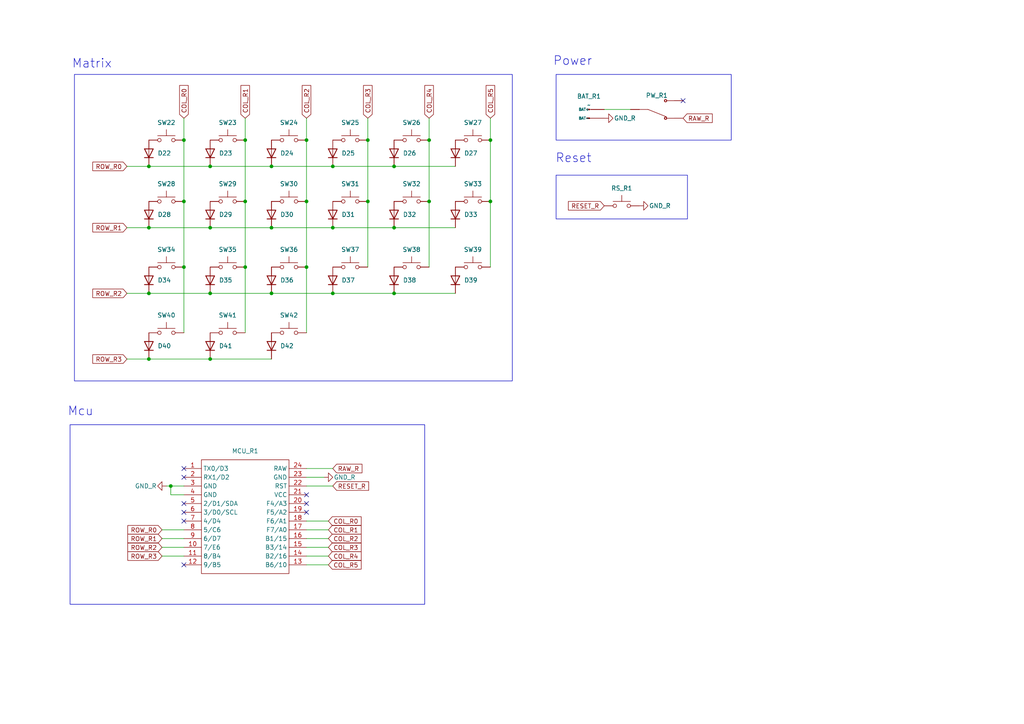
<source format=kicad_sch>
(kicad_sch (version 20250114) (generator "eeschema") (generator_version "9.0")
  (paper "A4")
  (lib_symbols
    (symbol "Keyswitch_1" (pin_numbers (hide yes)) (pin_names (hide yes))
      (property "Reference" "SW" (at 0 4.572 0))
      (symbol "Keyswitch_1_0_1"
        (circle (center -2.032 0) (radius 0.508))
        (polyline (pts (xy 0 1.27) (xy 0 3.048)))
        (circle (center 2.032 0) (radius 0.508))
        (polyline (pts (xy 2.54 1.27) (xy -2.54 1.27)))
        (pin passive line (at -5.08 0 0) (length 2.54) (name "1") (number "1"))
        (pin passive line (at 5.08 0 180) (length 2.54) (name "2") (number "2"))
      )
    )
    (symbol "Keyswitch_10" (pin_numbers (hide yes)) (pin_names (hide yes))
      (property "Reference" "SW" (at 0 4.572 0))
      (symbol "Keyswitch_10_0_1"
        (circle (center -2.032 0) (radius 0.508))
        (polyline (pts (xy 0 1.27) (xy 0 3.048)))
        (circle (center 2.032 0) (radius 0.508))
        (polyline (pts (xy 2.54 1.27) (xy -2.54 1.27)))
        (pin passive line (at -5.08 0 0) (length 2.54) (name "1") (number "1"))
        (pin passive line (at 5.08 0 180) (length 2.54) (name "2") (number "2"))
      )
    )
    (symbol "Keyswitch_11" (pin_numbers (hide yes)) (pin_names (hide yes))
      (property "Reference" "SW" (at 0 4.572 0))
      (symbol "Keyswitch_11_0_1"
        (circle (center -2.032 0) (radius 0.508))
        (polyline (pts (xy 0 1.27) (xy 0 3.048)))
        (circle (center 2.032 0) (radius 0.508))
        (polyline (pts (xy 2.54 1.27) (xy -2.54 1.27)))
        (pin passive line (at -5.08 0 0) (length 2.54) (name "1") (number "1"))
        (pin passive line (at 5.08 0 180) (length 2.54) (name "2") (number "2"))
      )
    )
    (symbol "Keyswitch_12" (pin_numbers (hide yes)) (pin_names (hide yes))
      (property "Reference" "SW" (at 0 4.572 0))
      (symbol "Keyswitch_12_0_1"
        (circle (center -2.032 0) (radius 0.508))
        (polyline (pts (xy 0 1.27) (xy 0 3.048)))
        (circle (center 2.032 0) (radius 0.508))
        (polyline (pts (xy 2.54 1.27) (xy -2.54 1.27)))
        (pin passive line (at -5.08 0 0) (length 2.54) (name "1") (number "1"))
        (pin passive line (at 5.08 0 180) (length 2.54) (name "2") (number "2"))
      )
    )
    (symbol "Keyswitch_13" (pin_numbers (hide yes)) (pin_names (hide yes))
      (property "Reference" "SW" (at 0 4.572 0))
      (symbol "Keyswitch_13_0_1"
        (circle (center -2.032 0) (radius 0.508))
        (polyline (pts (xy 0 1.27) (xy 0 3.048)))
        (circle (center 2.032 0) (radius 0.508))
        (polyline (pts (xy 2.54 1.27) (xy -2.54 1.27)))
        (pin passive line (at -5.08 0 0) (length 2.54) (name "1") (number "1"))
        (pin passive line (at 5.08 0 180) (length 2.54) (name "2") (number "2"))
      )
    )
    (symbol "Keyswitch_14" (pin_numbers (hide yes)) (pin_names (hide yes))
      (property "Reference" "SW" (at 0 4.572 0))
      (symbol "Keyswitch_14_0_1"
        (circle (center -2.032 0) (radius 0.508))
        (polyline (pts (xy 0 1.27) (xy 0 3.048)))
        (circle (center 2.032 0) (radius 0.508))
        (polyline (pts (xy 2.54 1.27) (xy -2.54 1.27)))
        (pin passive line (at -5.08 0 0) (length 2.54) (name "1") (number "1"))
        (pin passive line (at 5.08 0 180) (length 2.54) (name "2") (number "2"))
      )
    )
    (symbol "Keyswitch_15" (pin_numbers (hide yes)) (pin_names (hide yes))
      (property "Reference" "SW" (at 0 4.572 0))
      (symbol "Keyswitch_15_0_1"
        (circle (center -2.032 0) (radius 0.508))
        (polyline (pts (xy 0 1.27) (xy 0 3.048)))
        (circle (center 2.032 0) (radius 0.508))
        (polyline (pts (xy 2.54 1.27) (xy -2.54 1.27)))
        (pin passive line (at -5.08 0 0) (length 2.54) (name "1") (number "1"))
        (pin passive line (at 5.08 0 180) (length 2.54) (name "2") (number "2"))
      )
    )
    (symbol "Keyswitch_16" (pin_numbers (hide yes)) (pin_names (hide yes))
      (property "Reference" "SW" (at 0 4.572 0))
      (symbol "Keyswitch_16_0_1"
        (circle (center -2.032 0) (radius 0.508))
        (polyline (pts (xy 0 1.27) (xy 0 3.048)))
        (circle (center 2.032 0) (radius 0.508))
        (polyline (pts (xy 2.54 1.27) (xy -2.54 1.27)))
        (pin passive line (at -5.08 0 0) (length 2.54) (name "1") (number "1"))
        (pin passive line (at 5.08 0 180) (length 2.54) (name "2") (number "2"))
      )
    )
    (symbol "Keyswitch_17" (pin_numbers (hide yes)) (pin_names (hide yes))
      (property "Reference" "SW" (at 0 4.572 0))
      (symbol "Keyswitch_17_0_1"
        (circle (center -2.032 0) (radius 0.508))
        (polyline (pts (xy 0 1.27) (xy 0 3.048)))
        (circle (center 2.032 0) (radius 0.508))
        (polyline (pts (xy 2.54 1.27) (xy -2.54 1.27)))
        (pin passive line (at -5.08 0 0) (length 2.54) (name "1") (number "1"))
        (pin passive line (at 5.08 0 180) (length 2.54) (name "2") (number "2"))
      )
    )
    (symbol "Keyswitch_18" (pin_numbers (hide yes)) (pin_names (hide yes))
      (property "Reference" "SW" (at 0 4.572 0))
      (symbol "Keyswitch_18_0_1"
        (circle (center -2.032 0) (radius 0.508))
        (polyline (pts (xy 0 1.27) (xy 0 3.048)))
        (circle (center 2.032 0) (radius 0.508))
        (polyline (pts (xy 2.54 1.27) (xy -2.54 1.27)))
        (pin passive line (at -5.08 0 0) (length 2.54) (name "1") (number "1"))
        (pin passive line (at 5.08 0 180) (length 2.54) (name "2") (number "2"))
      )
    )
    (symbol "Keyswitch_19" (pin_numbers (hide yes)) (pin_names (hide yes))
      (property "Reference" "SW" (at 0 4.572 0))
      (symbol "Keyswitch_19_0_1"
        (circle (center -2.032 0) (radius 0.508))
        (polyline (pts (xy 0 1.27) (xy 0 3.048)))
        (circle (center 2.032 0) (radius 0.508))
        (polyline (pts (xy 2.54 1.27) (xy -2.54 1.27)))
        (pin passive line (at -5.08 0 0) (length 2.54) (name "1") (number "1"))
        (pin passive line (at 5.08 0 180) (length 2.54) (name "2") (number "2"))
      )
    )
    (symbol "Keyswitch_2" (pin_numbers (hide yes)) (pin_names (hide yes))
      (property "Reference" "SW" (at 0 4.572 0))
      (symbol "Keyswitch_2_0_1"
        (circle (center -2.032 0) (radius 0.508))
        (polyline (pts (xy 0 1.27) (xy 0 3.048)))
        (circle (center 2.032 0) (radius 0.508))
        (polyline (pts (xy 2.54 1.27) (xy -2.54 1.27)))
        (pin passive line (at -5.08 0 0) (length 2.54) (name "1") (number "1"))
        (pin passive line (at 5.08 0 180) (length 2.54) (name "2") (number "2"))
      )
    )
    (symbol "Keyswitch_20" (pin_numbers (hide yes)) (pin_names (hide yes))
      (property "Reference" "SW" (at 0 4.572 0))
      (symbol "Keyswitch_20_0_1"
        (circle (center -2.032 0) (radius 0.508))
        (polyline (pts (xy 0 1.27) (xy 0 3.048)))
        (circle (center 2.032 0) (radius 0.508))
        (polyline (pts (xy 2.54 1.27) (xy -2.54 1.27)))
        (pin passive line (at -5.08 0 0) (length 2.54) (name "1") (number "1"))
        (pin passive line (at 5.08 0 180) (length 2.54) (name "2") (number "2"))
      )
    )
    (symbol "Keyswitch_21" (pin_numbers (hide yes)) (pin_names (hide yes))
      (property "Reference" "SW" (at 0 4.572 0))
      (symbol "Keyswitch_21_0_1"
        (circle (center -2.032 0) (radius 0.508))
        (polyline (pts (xy 0 1.27) (xy 0 3.048)))
        (circle (center 2.032 0) (radius 0.508))
        (polyline (pts (xy 2.54 1.27) (xy -2.54 1.27)))
        (pin passive line (at -5.08 0 0) (length 2.54) (name "1") (number "1"))
        (pin passive line (at 5.08 0 180) (length 2.54) (name "2") (number "2"))
      )
    )
    (symbol "Keyswitch_3" (pin_numbers (hide yes)) (pin_names (hide yes))
      (property "Reference" "SW" (at 0 4.572 0))
      (symbol "Keyswitch_3_0_1"
        (circle (center -2.032 0) (radius 0.508))
        (polyline (pts (xy 0 1.27) (xy 0 3.048)))
        (circle (center 2.032 0) (radius 0.508))
        (polyline (pts (xy 2.54 1.27) (xy -2.54 1.27)))
        (pin passive line (at -5.08 0 0) (length 2.54) (name "1") (number "1"))
        (pin passive line (at 5.08 0 180) (length 2.54) (name "2") (number "2"))
      )
    )
    (symbol "Keyswitch_4" (pin_numbers (hide yes)) (pin_names (hide yes))
      (property "Reference" "SW" (at 0 4.572 0))
      (symbol "Keyswitch_4_0_1"
        (circle (center -2.032 0) (radius 0.508))
        (polyline (pts (xy 0 1.27) (xy 0 3.048)))
        (circle (center 2.032 0) (radius 0.508))
        (polyline (pts (xy 2.54 1.27) (xy -2.54 1.27)))
        (pin passive line (at -5.08 0 0) (length 2.54) (name "1") (number "1"))
        (pin passive line (at 5.08 0 180) (length 2.54) (name "2") (number "2"))
      )
    )
    (symbol "Keyswitch_5" (pin_numbers (hide yes)) (pin_names (hide yes))
      (property "Reference" "SW" (at 0 4.572 0))
      (symbol "Keyswitch_5_0_1"
        (circle (center -2.032 0) (radius 0.508))
        (polyline (pts (xy 0 1.27) (xy 0 3.048)))
        (circle (center 2.032 0) (radius 0.508))
        (polyline (pts (xy 2.54 1.27) (xy -2.54 1.27)))
        (pin passive line (at -5.08 0 0) (length 2.54) (name "1") (number "1"))
        (pin passive line (at 5.08 0 180) (length 2.54) (name "2") (number "2"))
      )
    )
    (symbol "Keyswitch_6" (pin_numbers (hide yes)) (pin_names (hide yes))
      (property "Reference" "SW" (at 0 4.572 0))
      (symbol "Keyswitch_6_0_1"
        (circle (center -2.032 0) (radius 0.508))
        (polyline (pts (xy 0 1.27) (xy 0 3.048)))
        (circle (center 2.032 0) (radius 0.508))
        (polyline (pts (xy 2.54 1.27) (xy -2.54 1.27)))
        (pin passive line (at -5.08 0 0) (length 2.54) (name "1") (number "1"))
        (pin passive line (at 5.08 0 180) (length 2.54) (name "2") (number "2"))
      )
    )
    (symbol "Keyswitch_7" (pin_numbers (hide yes)) (pin_names (hide yes))
      (property "Reference" "SW" (at 0 4.572 0))
      (symbol "Keyswitch_7_0_1"
        (circle (center -2.032 0) (radius 0.508))
        (polyline (pts (xy 0 1.27) (xy 0 3.048)))
        (circle (center 2.032 0) (radius 0.508))
        (polyline (pts (xy 2.54 1.27) (xy -2.54 1.27)))
        (pin passive line (at -5.08 0 0) (length 2.54) (name "1") (number "1"))
        (pin passive line (at 5.08 0 180) (length 2.54) (name "2") (number "2"))
      )
    )
    (symbol "Keyswitch_8" (pin_numbers (hide yes)) (pin_names (hide yes))
      (property "Reference" "SW" (at 0 4.572 0))
      (symbol "Keyswitch_8_0_1"
        (circle (center -2.032 0) (radius 0.508))
        (polyline (pts (xy 0 1.27) (xy 0 3.048)))
        (circle (center 2.032 0) (radius 0.508))
        (polyline (pts (xy 2.54 1.27) (xy -2.54 1.27)))
        (pin passive line (at -5.08 0 0) (length 2.54) (name "1") (number "1"))
        (pin passive line (at 5.08 0 180) (length 2.54) (name "2") (number "2"))
      )
    )
    (symbol "Keyswitch_9" (pin_numbers (hide yes)) (pin_names (hide yes))
      (property "Reference" "SW" (at 0 4.572 0))
      (symbol "Keyswitch_9_0_1"
        (circle (center -2.032 0) (radius 0.508))
        (polyline (pts (xy 0 1.27) (xy 0 3.048)))
        (circle (center 2.032 0) (radius 0.508))
        (polyline (pts (xy 2.54 1.27) (xy -2.54 1.27)))
        (pin passive line (at -5.08 0 0) (length 2.54) (name "1") (number "1"))
        (pin passive line (at 5.08 0 180) (length 2.54) (name "2") (number "2"))
      )
    )
    (symbol "meffite:Battery" (pin_numbers (hide yes))
      (property "Reference" "BAT" (at 0 4.826 0))
      (symbol "Battery_1_1"
        (rectangle (start -1.6764 1.397) (end -2.54 1.143) (stroke (width 0.1524)) (fill (type outline)))
        (rectangle (start -1.6764 -1.143) (end -2.54 -1.397) (stroke (width 0.1524)) (fill (type outline)))
        (polyline (pts (xy -1.27 1.27) (xy -1.6764 1.27)) (stroke (width 0.1524)))
        (polyline (pts (xy -1.27 -1.27) (xy -1.6764 -1.27)) (stroke (width 0.1524)))
        (pin passive line (at 2.54 1.27 180) (length 3.81) (name "BAT+") (number "1"))
        (pin passive line (at 2.54 -1.27 180) (length 3.81) (name "BAT-") (number "2"))
      )
    )
    (symbol "meffite:Diode" (pin_numbers (hide yes)) (pin_names (hide yes))
      (property "Reference" "D" (at -2.032 2.54 0))
      (symbol "Diode_0_1"
        (polyline (pts (xy -1.27 1.27) (xy -1.27 -1.27)) (stroke (width 0.254)))
        (polyline (pts (xy 1.27 1.27) (xy 1.27 -1.27) (xy -1.27 0) (xy 1.27 1.27)) (stroke (width 0.254)))
        (polyline (pts (xy 1.27 0) (xy -1.27 0)))
      )
      (symbol "Diode_1_1"
        (pin passive line (at -3.81 0 0) (length 2.54) (name "K") (number "1"))
        (pin passive line (at 3.81 0 180) (length 2.54) (name "A") (number "2"))
      )
    )
    (symbol "meffite:GND" (power) (pin_numbers (hide yes)) (pin_names (hide yes)) (exclude_from_sim yes) (in_bom no) (on_board no)
      (property "Value" "GND" (at 0 -2.54 0))
      (symbol "GND_0_1"
        (polyline (pts (xy 0 1.27) (xy 0 0) (xy 1.27 0) (xy 0 -1.27) (xy -1.27 0) (xy 0 0)))
      )
      (symbol "GND_1_1"
        (pin power_in line (at 0 1.27 270) (length 0) (hide yes) (name "GND") (number "1"))
      )
    )
    (symbol "meffite:Keyswitch" (pin_numbers (hide yes)) (pin_names (hide yes))
      (property "Reference" "SW" (at 0 4.572 0))
      (symbol "Keyswitch_0_1"
        (circle (center -2.032 0) (radius 0.508))
        (polyline (pts (xy 0 1.27) (xy 0 3.048)))
        (circle (center 2.032 0) (radius 0.508))
        (polyline (pts (xy 2.54 1.27) (xy -2.54 1.27)))
        (pin passive line (at -5.08 0 0) (length 2.54) (name "1") (number "1"))
        (pin passive line (at 5.08 0 180) (length 2.54) (name "2") (number "2"))
      )
    )
    (symbol "meffite:MCU"
      (property "Reference" "MCU" (at 0 17.272 0))
      (symbol "MCU_0_1"
        (rectangle (start -12.7 15.24) (end 12.7 -17.78))
      )
      (symbol "MCU_1_1"
        (pin bidirectional line (at -17.78 12.7 0) (length 5.08) (name "TX0/D3") (number "1"))
        (pin bidirectional line (at -17.78 10.16 0) (length 5.08) (name "RX1/D2") (number "2"))
        (pin power_in line (at -17.78 7.62 0) (length 5.08) (name "GND") (number "3"))
        (pin power_in line (at -17.78 5.08 0) (length 5.08) (name "GND") (number "4"))
        (pin bidirectional line (at -17.78 2.54 0) (length 5.08) (name "2/D1/SDA") (number "5"))
        (pin bidirectional line (at -17.78 0 0) (length 5.08) (name "3/D0/SCL") (number "6"))
        (pin bidirectional line (at -17.78 -2.54 0) (length 5.08) (name "4/D4") (number "7"))
        (pin bidirectional line (at -17.78 -5.08 0) (length 5.08) (name "5/C6") (number "8"))
        (pin bidirectional line (at -17.78 -7.62 0) (length 5.08) (name "6/D7") (number "9"))
        (pin bidirectional line (at -17.78 -10.16 0) (length 5.08) (name "7/E6") (number "10"))
        (pin bidirectional line (at -17.78 -12.7 0) (length 5.08) (name "8/B4") (number "11"))
        (pin bidirectional line (at -17.78 -15.24 0) (length 5.08) (name "9/B5") (number "12"))
        (pin power_out line (at 17.78 12.7 180) (length 5.08) (name "RAW") (number "24"))
        (pin power_in line (at 17.78 10.16 180) (length 5.08) (name "GND") (number "23"))
        (pin input line (at 17.78 7.62 180) (length 5.08) (name "RST") (number "22"))
        (pin power_in line (at 17.78 5.08 180) (length 5.08) (name "VCC") (number "21"))
        (pin bidirectional line (at 17.78 2.54 180) (length 5.08) (name "F4/A3") (number "20"))
        (pin bidirectional line (at 17.78 0 180) (length 5.08) (name "F5/A2") (number "19"))
        (pin bidirectional line (at 17.78 -2.54 180) (length 5.08) (name "F6/A1") (number "18"))
        (pin bidirectional line (at 17.78 -5.08 180) (length 5.08) (name "F7/A0") (number "17"))
        (pin bidirectional line (at 17.78 -7.62 180) (length 5.08) (name "B1/15") (number "16"))
        (pin bidirectional line (at 17.78 -10.16 180) (length 5.08) (name "B3/14") (number "15"))
        (pin bidirectional line (at 17.78 -12.7 180) (length 5.08) (name "B2/16") (number "14"))
        (pin bidirectional line (at 17.78 -15.24 180) (length 5.08) (name "B6/10") (number "13"))
      )
    )
    (symbol "meffite:Power_Slide" (pin_numbers (hide yes)) (pin_names (hide yes))
      (property "Reference" "PW" (at 0 7.874 0))
      (property "Value" "NSI-10HS" (at 0.254 5.588 0))
      (symbol "Power_Slide_0_0"
        (circle (center 2.54 2.54) (radius 0.3302) (stroke (width 0.254)))
        (circle (center 2.54 -2.54) (radius 0.3302) (stroke (width 0.254)))
        (pin passive line (at -7.62 0 0) (length 2.54) (name "~") (number "1"))
        (pin passive line (at 7.62 2.54 180) (length 2.54) (name "~") (number "2"))
        (pin passive line (at 7.62 -2.54 180) (length 2.54) (name "~") (number "3"))
      )
      (symbol "Power_Slide_1_0"
        (polyline (pts (xy -2.54 0) (xy -5.08 0)) (stroke (width 0.1524)))
        (polyline (pts (xy -2.54 0) (xy 2.794 -2.1336)) (stroke (width 0.1524)))
        (polyline (pts (xy 5.08 2.54) (xy 2.921 2.54)) (stroke (width 0.1524)))
        (polyline (pts (xy 5.08 -2.54) (xy 2.921 -2.54)) (stroke (width 0.1524)))
      )
    )
  )
  (rectangle (start 161.29 50.8) (end 199.39 63.5))
  (rectangle (start 21.59 21.59) (end 148.59 110.49))
  (rectangle (start 161.29 21.59) (end 212.09 40.64))
  (rectangle (start 20.32 123.19) (end 123.19 175.26))
  (text "Mcu\n" (at 23.368 119.38 0) (effects (font (size 2.54 2.54))))
  (text "Power" (at 166.116 17.78 0) (effects (font (size 2.54 2.54))))
  (text "Reset\n" (at 166.37 45.974 0) (effects (font (size 2.54 2.54))))
  (text "Matrix" (at 26.67 18.542 0) (effects (font (size 2.54 2.54))))
  (junction (at 53.34 58.42))
  (junction (at 60.96 48.26))
  (junction (at 43.18 85.09))
  (junction (at 43.18 66.04))
  (junction (at 78.74 66.04))
  (junction (at 114.3 48.26))
  (junction (at 71.12 58.42))
  (junction (at 114.3 66.04))
  (junction (at 88.9 40.64))
  (junction (at 96.52 85.09))
  (junction (at 60.96 85.09))
  (junction (at 71.12 40.64))
  (junction (at 124.46 58.42))
  (junction (at 53.34 40.64))
  (junction (at 78.74 48.26))
  (junction (at 96.52 48.26))
  (junction (at 43.18 48.26))
  (junction (at 124.46 40.64))
  (junction (at 88.9 77.47))
  (junction (at 96.52 66.04))
  (junction (at 49.53 140.97))
  (junction (at 114.3 85.09))
  (junction (at 60.96 66.04))
  (junction (at 106.68 58.42))
  (junction (at 43.18 104.14))
  (junction (at 106.68 40.64))
  (junction (at 142.24 40.64))
  (junction (at 53.34 77.47))
  (junction (at 142.24 58.42))
  (junction (at 60.96 104.14))
  (junction (at 88.9 58.42))
  (junction (at 78.74 85.09))
  (junction (at 71.12 77.47))
  (no_connect (at 53.34 163.83))
  (no_connect (at 88.9 148.59))
  (no_connect (at 53.34 138.43))
  (no_connect (at 53.34 135.89))
  (no_connect (at 198.12 29.21))
  (no_connect (at 53.34 148.59))
  (no_connect (at 53.34 151.13))
  (no_connect (at 88.9 146.05))
  (no_connect (at 53.34 146.05))
  (no_connect (at 88.9 143.51))
  (wire (pts (xy 96.52 66.04) (xy 114.3 66.04)))
  (wire (pts (xy 96.52 85.09) (xy 114.3 85.09)))
  (wire (pts (xy 60.96 85.09) (xy 78.74 85.09)))
  (wire (pts (xy 114.3 66.04) (xy 132.08 66.04)))
  (wire (pts (xy 124.46 34.29) (xy 124.46 40.64)))
  (wire (pts (xy 124.46 40.64) (xy 124.46 58.42)))
  (wire (pts (xy 43.18 66.04) (xy 60.96 66.04)))
  (wire (pts (xy 124.46 58.42) (xy 124.46 77.47)))
  (wire (pts (xy 60.96 48.26) (xy 78.74 48.26)))
  (wire (pts (xy 46.99 153.67) (xy 53.34 153.67)))
  (wire (pts (xy 46.99 156.21) (xy 53.34 156.21)))
  (wire (pts (xy 71.12 34.29) (xy 71.12 40.64)))
  (wire (pts (xy 53.34 34.29) (xy 53.34 40.64)))
  (wire (pts (xy 43.18 48.26) (xy 60.96 48.26)))
  (wire (pts (xy 71.12 77.47) (xy 71.12 96.52)))
  (wire (pts (xy 114.3 85.09) (xy 132.08 85.09)))
  (wire (pts (xy 36.83 85.09) (xy 43.18 85.09)))
  (wire (pts (xy 114.3 48.26) (xy 132.08 48.26)))
  (wire (pts (xy 88.9 77.47) (xy 88.9 96.52)))
  (wire (pts (xy 36.83 104.14) (xy 43.18 104.14)))
  (wire (pts (xy 71.12 40.64) (xy 71.12 58.42)))
  (wire (pts (xy 78.74 85.09) (xy 96.52 85.09)))
  (wire (pts (xy 95.25 163.83) (xy 88.9 163.83)))
  (wire (pts (xy 106.68 40.64) (xy 106.68 58.42)))
  (wire (pts (xy 95.25 161.29) (xy 88.9 161.29)))
  (wire (pts (xy 175.26 31.75) (xy 182.88 31.75)))
  (wire (pts (xy 60.96 66.04) (xy 78.74 66.04)))
  (wire (pts (xy 96.52 48.26) (xy 114.3 48.26)))
  (wire (pts (xy 95.25 151.13) (xy 88.9 151.13)))
  (wire (pts (xy 95.25 158.75) (xy 88.9 158.75)))
  (wire (pts (xy 95.25 156.21) (xy 88.9 156.21)))
  (wire (pts (xy 43.18 104.14) (xy 60.96 104.14)))
  (wire (pts (xy 36.83 48.26) (xy 43.18 48.26)))
  (wire (pts (xy 49.53 140.97) (xy 49.53 143.51)))
  (wire (pts (xy 142.24 34.29) (xy 142.24 40.64)))
  (wire (pts (xy 142.24 40.64) (xy 142.24 58.42)))
  (wire (pts (xy 96.52 140.97) (xy 88.9 140.97)))
  (wire (pts (xy 49.53 140.97) (xy 53.34 140.97)))
  (wire (pts (xy 88.9 34.29) (xy 88.9 40.64)))
  (wire (pts (xy 36.83 66.04) (xy 43.18 66.04)))
  (wire (pts (xy 53.34 77.47) (xy 53.34 96.52)))
  (wire (pts (xy 96.52 135.89) (xy 88.9 135.89)))
  (wire (pts (xy 142.24 58.42) (xy 142.24 77.47)))
  (wire (pts (xy 106.68 34.29) (xy 106.68 40.64)))
  (wire (pts (xy 53.34 58.42) (xy 53.34 77.47)))
  (wire (pts (xy 78.74 66.04) (xy 96.52 66.04)))
  (wire (pts (xy 46.99 161.29) (xy 53.34 161.29)))
  (wire (pts (xy 53.34 143.51) (xy 49.53 143.51)))
  (wire (pts (xy 88.9 40.64) (xy 88.9 58.42)))
  (wire (pts (xy 48.26 140.97) (xy 49.53 140.97)))
  (wire (pts (xy 95.25 153.67) (xy 88.9 153.67)))
  (wire (pts (xy 78.74 48.26) (xy 96.52 48.26)))
  (wire (pts (xy 46.99 158.75) (xy 53.34 158.75)))
  (wire (pts (xy 88.9 58.42) (xy 88.9 77.47)))
  (wire (pts (xy 60.96 104.14) (xy 78.74 104.14)))
  (wire (pts (xy 106.68 58.42) (xy 106.68 77.47)))
  (wire (pts (xy 71.12 58.42) (xy 71.12 77.47)))
  (wire (pts (xy 53.34 40.64) (xy 53.34 58.42)))
  (wire (pts (xy 43.18 85.09) (xy 60.96 85.09)))
  (wire (pts (xy 93.98 138.43) (xy 88.9 138.43)))
  (global_label "COL_R0" (shape input) (at 53.34 34.29 90) (property "Intersheetrefs" "${INTERSHEET_REFS}" (effects (hide yes))))
  (global_label "ROW_R0" (shape input) (at 36.83 48.26 180) (property "Intersheetrefs" "${INTERSHEET_REFS}" (effects (hide yes))))
  (global_label "COL_R4" (shape input) (at 124.46 34.29 90) (property "Intersheetrefs" "${INTERSHEET_REFS}" (effects (hide yes))))
  (global_label "COL_R5" (shape input) (at 95.25 163.83 0) (property "Intersheetrefs" "${INTERSHEET_REFS}" (effects (hide yes))))
  (global_label "ROW_R1" (shape input) (at 46.99 156.21 180) (property "Intersheetrefs" "${INTERSHEET_REFS}" (effects (hide yes))))
  (global_label "COL_R3" (shape input) (at 95.25 158.75 0) (property "Intersheetrefs" "${INTERSHEET_REFS}" (effects (hide yes))))
  (global_label "COL_R0" (shape input) (at 95.25 151.13 0) (property "Intersheetrefs" "${INTERSHEET_REFS}" (effects (hide yes))))
  (global_label "RAW_R" (shape input) (at 198.12 34.29 0) (property "Intersheetrefs" "${INTERSHEET_REFS}" (effects (hide yes))))
  (global_label "ROW_R2" (shape input) (at 36.83 85.09 180) (property "Intersheetrefs" "${INTERSHEET_REFS}" (effects (hide yes))))
  (global_label "ROW_R1" (shape input) (at 36.83 66.04 180) (property "Intersheetrefs" "${INTERSHEET_REFS}" (effects (hide yes))))
  (global_label "COL_R1" (shape input) (at 95.25 153.67 0) (property "Intersheetrefs" "${INTERSHEET_REFS}" (effects (hide yes))))
  (global_label "COL_R2" (shape input) (at 95.25 156.21 0) (property "Intersheetrefs" "${INTERSHEET_REFS}" (effects (hide yes))))
  (global_label "ROW_R2" (shape input) (at 46.99 158.75 180) (property "Intersheetrefs" "${INTERSHEET_REFS}" (effects (hide yes))))
  (global_label "ROW_R0" (shape input) (at 46.99 153.67 180) (property "Intersheetrefs" "${INTERSHEET_REFS}" (effects (hide yes))))
  (global_label "RESET_R" (shape input) (at 96.52 140.97 0) (property "Intersheetrefs" "${INTERSHEET_REFS}" (effects (hide yes))))
  (global_label "ROW_R3" (shape input) (at 36.83 104.14 180) (property "Intersheetrefs" "${INTERSHEET_REFS}" (effects (hide yes))))
  (global_label "COL_R3" (shape input) (at 106.68 34.29 90) (property "Intersheetrefs" "${INTERSHEET_REFS}" (effects (hide yes))))
  (global_label "COL_R1" (shape input) (at 71.12 34.29 90) (property "Intersheetrefs" "${INTERSHEET_REFS}" (effects (hide yes))))
  (global_label "RESET_R" (shape input) (at 175.26 59.69 180) (property "Intersheetrefs" "${INTERSHEET_REFS}" (effects (hide yes))))
  (global_label "COL_R2" (shape input) (at 88.9 34.29 90) (property "Intersheetrefs" "${INTERSHEET_REFS}" (effects (hide yes))))
  (global_label "COL_R4" (shape input) (at 95.25 161.29 0) (property "Intersheetrefs" "${INTERSHEET_REFS}" (effects (hide yes))))
  (global_label "RAW_R" (shape input) (at 96.52 135.89 0) (property "Intersheetrefs" "${INTERSHEET_REFS}" (effects (hide yes))))
  (global_label "COL_R5" (shape input) (at 142.24 34.29 90) (property "Intersheetrefs" "${INTERSHEET_REFS}" (effects (hide yes))))
  (global_label "ROW_R3" (shape input) (at 46.99 161.29 180) (property "Intersheetrefs" "${INTERSHEET_REFS}" (effects (hide yes))))
  (symbol (lib_id "meffite:Diode") (at 114.3 44.45 90) (unit 1)
    (property "Reference" "D26" (at 116.84 44.4499 90) (effects (justify right)))
    (property "Value" "Diode" (effects (hide yes)))
    (property "Footprint" "inpudiy:SOD323" (effects (hide yes)))
    (property "Description" "SOD-123 Diode" (effects (hide yes)))
  )
  (symbol (lib_name "Keyswitch_10") (lib_id "meffite:Keyswitch") (at 48.26 77.47 0) (unit 1)
    (property "Reference" "SW34" (at 48.26 72.39 0))
    (property "Footprint" "inpudiy:Kailh PG1350" (effects (hide yes)))
    (property "Description" "Keyswitch symbol for matrix" (effects (hide yes)))
  )
  (symbol (lib_id "meffite:Diode") (at 132.08 81.28 90) (unit 1)
    (property "Reference" "D39" (at 134.62 81.2799 90) (effects (justify right)))
    (property "Value" "Diode" (effects (hide yes)))
    (property "Footprint" "inpudiy:SOD323" (effects (hide yes)))
    (property "Description" "SOD-123 Diode" (effects (hide yes)))
  )
  (symbol (lib_name "Keyswitch_1") (lib_id "meffite:Keyswitch") (at 83.82 40.64 0) (unit 1)
    (property "Reference" "SW24" (at 83.82 35.56 0))
    (property "Footprint" "inpudiy:Kailh PG1350" (effects (hide yes)))
    (property "Description" "Keyswitch symbol for matrix" (effects (hide yes)))
  )
  (symbol (lib_name "Keyswitch_11") (lib_id "meffite:Keyswitch") (at 48.26 58.42 0) (unit 1)
    (property "Reference" "SW28" (at 48.26 53.34 0))
    (property "Footprint" "inpudiy:Kailh PG1350" (effects (hide yes)))
    (property "Description" "Keyswitch symbol for matrix" (effects (hide yes)))
  )
  (symbol (lib_name "Keyswitch_4") (lib_id "meffite:Keyswitch") (at 119.38 40.64 0) (unit 1)
    (property "Reference" "SW26" (at 119.38 35.56 0))
    (property "Footprint" "inpudiy:Kailh PG1350" (effects (hide yes)))
    (property "Description" "Keyswitch symbol for matrix" (effects (hide yes)))
  )
  (symbol (lib_id "meffite:Battery") (at 172.72 33.02 0) (unit 1)
    (property "Reference" "BAT_R1" (at 170.815 27.94 0))
    (property "Value" "~" (at 170.815 30.48 0))
    (property "Footprint" "inpudiy:Battery" (effects (hide yes)))
  )
  (symbol (lib_name "Keyswitch_19") (lib_id "meffite:Keyswitch") (at 66.04 96.52 0) (unit 1)
    (property "Reference" "SW41" (at 66.04 91.44 0))
    (property "Footprint" "inpudiy:Kailh PG1350" (effects (hide yes)))
    (property "Description" "Keyswitch symbol for matrix" (effects (hide yes)))
  )
  (symbol (lib_name "Keyswitch_12") (lib_id "meffite:Keyswitch") (at 66.04 77.47 0) (unit 1)
    (property "Reference" "SW35" (at 66.04 72.39 0))
    (property "Footprint" "inpudiy:Kailh PG1350" (effects (hide yes)))
    (property "Description" "Keyswitch symbol for matrix" (effects (hide yes)))
  )
  (symbol (lib_id "meffite:Diode") (at 78.74 81.28 90) (unit 1)
    (property "Reference" "D36" (at 81.28 81.2799 90) (effects (justify right)))
    (property "Value" "Diode" (effects (hide yes)))
    (property "Footprint" "inpudiy:SOD323" (effects (hide yes)))
    (property "Description" "SOD-123 Diode" (effects (hide yes)))
  )
  (symbol (lib_id "meffite:Diode") (at 43.18 100.33 90) (unit 1)
    (property "Reference" "D40" (at 45.72 100.3299 90) (effects (justify right)))
    (property "Value" "Diode" (effects (hide yes)))
    (property "Footprint" "inpudiy:SOD323" (effects (hide yes)))
    (property "Description" "SOD-123 Diode" (effects (hide yes)))
  )
  (symbol (lib_id "meffite:Diode") (at 96.52 81.28 90) (unit 1)
    (property "Reference" "D37" (at 99.06 81.2799 90) (effects (justify right)))
    (property "Value" "Diode" (effects (hide yes)))
    (property "Footprint" "inpudiy:SOD323" (effects (hide yes)))
    (property "Description" "SOD-123 Diode" (effects (hide yes)))
  )
  (symbol (lib_id "meffite:Diode") (at 43.18 62.23 90) (unit 1)
    (property "Reference" "D28" (at 45.72 62.2299 90) (effects (justify right)))
    (property "Value" "Diode" (effects (hide yes)))
    (property "Footprint" "inpudiy:SOD323" (effects (hide yes)))
    (property "Description" "SOD-123 Diode" (effects (hide yes)))
  )
  (symbol (lib_name "Keyswitch_2") (lib_id "meffite:Keyswitch") (at 48.26 40.64 0) (unit 1)
    (property "Reference" "SW22" (at 48.26 35.56 0))
    (property "Footprint" "inpudiy:Kailh PG1350" (effects (hide yes)))
    (property "Description" "Keyswitch symbol for matrix" (effects (hide yes)))
  )
  (symbol (lib_name "Keyswitch_5") (lib_id "meffite:Keyswitch") (at 101.6 58.42 0) (unit 1)
    (property "Reference" "SW31" (at 101.6 53.34 0))
    (property "Footprint" "inpudiy:Kailh PG1350" (effects (hide yes)))
    (property "Description" "Keyswitch symbol for matrix" (effects (hide yes)))
  )
  (symbol (lib_id "meffite:Diode") (at 96.52 62.23 90) (unit 1)
    (property "Reference" "D31" (at 99.06 62.2299 90) (effects (justify right)))
    (property "Value" "Diode" (effects (hide yes)))
    (property "Footprint" "inpudiy:SOD323" (effects (hide yes)))
    (property "Description" "SOD-123 Diode" (effects (hide yes)))
  )
  (symbol (lib_name "Keyswitch_3") (lib_id "meffite:Keyswitch") (at 66.04 40.64 0) (unit 1)
    (property "Reference" "SW23" (at 66.04 35.56 0))
    (property "Footprint" "inpudiy:Kailh PG1350" (effects (hide yes)))
    (property "Description" "Keyswitch symbol for matrix" (effects (hide yes)))
  )
  (symbol (lib_id "meffite:Diode") (at 43.18 81.28 90) (unit 1)
    (property "Reference" "D34" (at 45.72 81.2799 90) (effects (justify right)))
    (property "Value" "Diode" (effects (hide yes)))
    (property "Footprint" "inpudiy:SOD323" (effects (hide yes)))
    (property "Description" "SOD-123 Diode" (effects (hide yes)))
  )
  (symbol (lib_id "meffite:Diode") (at 60.96 81.28 90) (unit 1)
    (property "Reference" "D35" (at 63.5 81.2799 90) (effects (justify right)))
    (property "Value" "Diode" (effects (hide yes)))
    (property "Footprint" "inpudiy:SOD323" (effects (hide yes)))
    (property "Description" "SOD-123 Diode" (effects (hide yes)))
  )
  (symbol (lib_name "Keyswitch_6") (lib_id "meffite:Keyswitch") (at 137.16 58.42 0) (unit 1)
    (property "Reference" "SW33" (at 137.16 53.34 0))
    (property "Footprint" "inpudiy:Kailh PG1350" (effects (hide yes)))
    (property "Description" "Keyswitch symbol for matrix" (effects (hide yes)))
  )
  (symbol (lib_id "meffite:Power_Slide") (at 190.5 31.75 0) (unit 1)
    (property "Reference" "PW_R1" (at 190.5 27.686 0))
    (property "Footprint" "inpudiy:BSI-10H" (effects (hide yes)))
  )
  (symbol (lib_name "Keyswitch_13") (lib_id "meffite:Keyswitch") (at 66.04 58.42 0) (unit 1)
    (property "Reference" "SW29" (at 66.04 53.34 0))
    (property "Footprint" "inpudiy:Kailh PG1350" (effects (hide yes)))
    (property "Description" "Keyswitch symbol for matrix" (effects (hide yes)))
  )
  (symbol (lib_name "Keyswitch_14") (lib_id "meffite:Keyswitch") (at 101.6 77.47 0) (unit 1)
    (property "Reference" "SW37" (at 101.6 72.39 0))
    (property "Footprint" "inpudiy:Kailh PG1350" (effects (hide yes)))
    (property "Description" "Keyswitch symbol for matrix" (effects (hide yes)))
  )
  (symbol (lib_name "Keyswitch_15") (lib_id "meffite:Keyswitch") (at 137.16 77.47 0) (unit 1)
    (property "Reference" "SW39" (at 137.16 72.39 0))
    (property "Footprint" "inpudiy:Kailh PG1350" (effects (hide yes)))
    (property "Description" "Keyswitch symbol for matrix" (effects (hide yes)))
  )
  (symbol (lib_id "meffite:Diode") (at 43.18 44.45 90) (unit 1)
    (property "Reference" "D22" (at 45.72 44.4499 90) (effects (justify right)))
    (property "Value" "Diode" (effects (hide yes)))
    (property "Footprint" "inpudiy:SOD323" (effects (hide yes)))
    (property "Description" "SOD-123 Diode" (effects (hide yes)))
  )
  (symbol (lib_id "meffite:Keyswitch") (at 180.34 59.69 0) (unit 1)
    (property "Reference" "RS_R1" (at 180.34 54.61 0))
    (property "Footprint" "inpudiy:Reset" (effects (hide yes)))
  )
  (symbol (lib_id "meffite:Diode") (at 96.52 44.45 90) (unit 1)
    (property "Reference" "D25" (at 99.06 44.4499 90) (effects (justify right)))
    (property "Value" "Diode" (effects (hide yes)))
    (property "Footprint" "inpudiy:SOD323" (effects (hide yes)))
    (property "Description" "SOD-123 Diode" (effects (hide yes)))
  )
  (symbol (lib_id "meffite:Diode") (at 60.96 100.33 90) (unit 1)
    (property "Reference" "D41" (at 63.5 100.3299 90) (effects (justify right)))
    (property "Value" "Diode" (effects (hide yes)))
    (property "Footprint" "inpudiy:SOD323" (effects (hide yes)))
    (property "Description" "SOD-123 Diode" (effects (hide yes)))
  )
  (symbol (lib_name "Keyswitch_16") (lib_id "meffite:Keyswitch") (at 83.82 77.47 0) (unit 1)
    (property "Reference" "SW36" (at 83.82 72.39 0))
    (property "Footprint" "inpudiy:Kailh PG1350" (effects (hide yes)))
    (property "Description" "Keyswitch symbol for matrix" (effects (hide yes)))
  )
  (symbol (lib_id "meffite:Diode") (at 78.74 100.33 90) (unit 1)
    (property "Reference" "D42" (at 81.28 100.3299 90) (effects (justify right)))
    (property "Value" "Diode" (effects (hide yes)))
    (property "Footprint" "inpudiy:SOD323" (effects (hide yes)))
    (property "Description" "SOD-123 Diode" (effects (hide yes)))
  )
  (symbol (lib_id "meffite:Diode") (at 78.74 44.45 90) (unit 1)
    (property "Reference" "D24" (at 81.28 44.4499 90) (effects (justify right)))
    (property "Value" "Diode" (effects (hide yes)))
    (property "Footprint" "inpudiy:SOD323" (effects (hide yes)))
    (property "Description" "SOD-123 Diode" (effects (hide yes)))
  )
  (symbol (lib_id "meffite:Diode") (at 132.08 44.45 90) (unit 1)
    (property "Reference" "D27" (at 134.62 44.4499 90) (effects (justify right)))
    (property "Value" "Diode" (effects (hide yes)))
    (property "Footprint" "inpudiy:SOD323" (effects (hide yes)))
    (property "Description" "SOD-123 Diode" (effects (hide yes)))
  )
  (symbol (lib_id "meffite:Diode") (at 114.3 81.28 90) (unit 1)
    (property "Reference" "D38" (at 116.84 81.2799 90) (effects (justify right)))
    (property "Value" "Diode" (effects (hide yes)))
    (property "Footprint" "inpudiy:SOD323" (effects (hide yes)))
    (property "Description" "SOD-123 Diode" (effects (hide yes)))
  )
  (symbol (lib_name "Keyswitch_7") (lib_id "meffite:Keyswitch") (at 137.16 40.64 0) (unit 1)
    (property "Reference" "SW27" (at 137.16 35.56 0))
    (property "Footprint" "inpudiy:Kailh PG1350" (effects (hide yes)))
    (property "Description" "Keyswitch symbol for matrix" (effects (hide yes)))
  )
  (symbol (lib_id "meffite:GND") (at 95.25 138.43 90) (unit 1) (exclude_from_sim yes) (in_bom no) (on_board no)
    (property "Reference" "#GND07" (effects (hide yes)))
    (property "Value" "GND_R" (at 103.124 138.43 90) (effects (justify left)))
  )
  (symbol (lib_id "meffite:GND") (at 176.53 34.29 90) (unit 1) (exclude_from_sim yes) (in_bom no) (on_board no)
    (property "Reference" "#GND05" (effects (hide yes)))
    (property "Value" "GND_R" (at 184.404 34.29 90) (effects (justify left)))
  )
  (symbol (lib_name "Keyswitch_20") (lib_id "meffite:Keyswitch") (at 48.26 96.52 0) (unit 1)
    (property "Reference" "SW40" (at 48.26 91.44 0))
    (property "Footprint" "inpudiy:Kailh PG1350" (effects (hide yes)))
    (property "Description" "Keyswitch symbol for matrix" (effects (hide yes)))
  )
  (symbol (lib_id "meffite:Diode") (at 114.3 62.23 90) (unit 1)
    (property "Reference" "D32" (at 116.84 62.2299 90) (effects (justify right)))
    (property "Value" "Diode" (effects (hide yes)))
    (property "Footprint" "inpudiy:SOD323" (effects (hide yes)))
    (property "Description" "SOD-123 Diode" (effects (hide yes)))
  )
  (symbol (lib_name "Keyswitch_17") (lib_id "meffite:Keyswitch") (at 83.82 58.42 0) (unit 1)
    (property "Reference" "SW30" (at 83.82 53.34 0))
    (property "Footprint" "inpudiy:Kailh PG1350" (effects (hide yes)))
    (property "Description" "Keyswitch symbol for matrix" (effects (hide yes)))
  )
  (symbol (lib_id "meffite:GND") (at 186.69 59.69 90) (unit 1) (exclude_from_sim yes) (in_bom no) (on_board no)
    (property "Reference" "#GND06" (effects (hide yes)))
    (property "Value" "GND_R" (at 194.564 59.69 90) (effects (justify left)))
  )
  (symbol (lib_name "Keyswitch_21") (lib_id "meffite:Keyswitch") (at 83.82 96.52 0) (unit 1)
    (property "Reference" "SW42" (at 83.82 91.44 0))
    (property "Footprint" "inpudiy:Kailh PG1350" (effects (hide yes)))
    (property "Description" "Keyswitch symbol for matrix" (effects (hide yes)))
  )
  (symbol (lib_name "Keyswitch_18") (lib_id "meffite:Keyswitch") (at 119.38 77.47 0) (unit 1)
    (property "Reference" "SW38" (at 119.38 72.39 0))
    (property "Footprint" "inpudiy:Kailh PG1350" (effects (hide yes)))
    (property "Description" "Keyswitch symbol for matrix" (effects (hide yes)))
  )
  (symbol (lib_name "Keyswitch_9") (lib_id "meffite:Keyswitch") (at 101.6 40.64 0) (unit 1)
    (property "Reference" "SW25" (at 101.6 35.56 0))
    (property "Footprint" "inpudiy:Kailh PG1350" (effects (hide yes)))
    (property "Description" "Keyswitch symbol for matrix" (effects (hide yes)))
  )
  (symbol (lib_id "meffite:Diode") (at 60.96 62.23 90) (unit 1)
    (property "Reference" "D29" (at 63.5 62.2299 90) (effects (justify right)))
    (property "Value" "Diode" (effects (hide yes)))
    (property "Footprint" "inpudiy:SOD323" (effects (hide yes)))
    (property "Description" "SOD-123 Diode" (effects (hide yes)))
  )
  (symbol (lib_id "meffite:Diode") (at 60.96 44.45 90) (unit 1)
    (property "Reference" "D23" (at 63.5 44.4499 90) (effects (justify right)))
    (property "Value" "Diode" (effects (hide yes)))
    (property "Footprint" "inpudiy:SOD323" (effects (hide yes)))
    (property "Description" "SOD-123 Diode" (effects (hide yes)))
  )
  (symbol (lib_id "meffite:MCU") (at 71.12 148.59 0) (unit 1)
    (property "Reference" "MCU_R1" (at 71.12 130.81 0))
    (property "Footprint" "inpudiy:ProMicro_NN" (effects (hide yes)))
  )
  (symbol (lib_name "Keyswitch_8") (lib_id "meffite:Keyswitch") (at 119.38 58.42 0) (unit 1)
    (property "Reference" "SW32" (at 119.38 53.34 0))
    (property "Footprint" "inpudiy:Kailh PG1350" (effects (hide yes)))
    (property "Description" "Keyswitch symbol for matrix" (effects (hide yes)))
  )
  (symbol (lib_id "meffite:GND") (at 46.99 140.97 270) (unit 1) (exclude_from_sim yes) (in_bom no) (on_board no)
    (property "Reference" "#GND08" (effects (hide yes)))
    (property "Value" "GND_R" (at 39.116 140.97 90) (effects (justify left)))
  )
  (symbol (lib_id "meffite:Diode") (at 132.08 62.23 90) (unit 1)
    (property "Reference" "D33" (at 134.62 62.2299 90) (effects (justify right)))
    (property "Value" "Diode" (effects (hide yes)))
    (property "Footprint" "inpudiy:SOD323" (effects (hide yes)))
    (property "Description" "SOD-123 Diode" (effects (hide yes)))
  )
  (symbol (lib_id "meffite:Diode") (at 78.74 62.23 90) (unit 1)
    (property "Reference" "D30" (at 81.28 62.2299 90) (effects (justify right)))
    (property "Value" "Diode" (effects (hide yes)))
    (property "Footprint" "inpudiy:SOD323" (effects (hide yes)))
    (property "Description" "SOD-123 Diode" (effects (hide yes)))
  )
)
</source>
